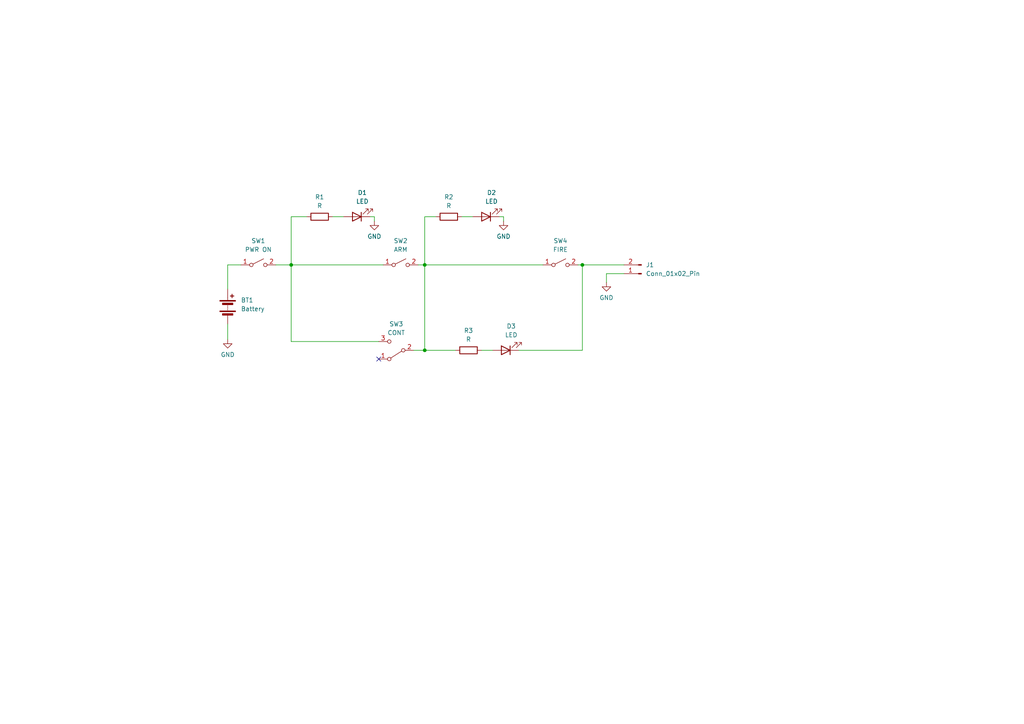
<source format=kicad_sch>
(kicad_sch (version 20230121) (generator eeschema)
  (paper "A4")
  (lib_symbols
    (symbol "Connector:Conn_01x02_Pin" (pin_names (offset 1.016) hide)
      (property "Reference" "J" (at 0 2.54 0))
      (property "Value" "Conn_01x02_Pin" (at 0 -5.08 0))
      (symbol "Conn_01x02_Pin_1_1"
        (polyline (pts (xy 1.27 -2.54) (xy 0.8636 -2.54)) (stroke (width 0.1524)))
        (polyline (pts (xy 1.27 0) (xy 0.8636 0)) (stroke (width 0.1524)))
        (rectangle (start 0.8636 -2.413) (end 0 -2.667) (stroke (width 0.1524)) (fill (type outline)))
        (rectangle (start 0.8636 0.127) (end 0 -0.127) (stroke (width 0.1524)) (fill (type outline)))
        (pin passive line (at 5.08 0 180) (length 3.81) (name "Pin_1") (number "1"))
        (pin passive line (at 5.08 -2.54 180) (length 3.81) (name "Pin_2") (number "2"))
      )
    )
    (symbol "Device:Battery" (pin_numbers hide) (pin_names (offset 0) hide)
      (property "Reference" "BT" (at 2.54 2.54 0))
      (property "Value" "Battery" (at 2.54 0 0))
      (symbol "Battery_0_1"
        (rectangle (start -2.286 -1.27) (end 2.286 -1.524) (fill (type outline)))
        (rectangle (start -2.286 1.778) (end 2.286 1.524) (fill (type outline)))
        (rectangle (start -1.524 -2.032) (end 1.524 -2.54) (fill (type outline)))
        (rectangle (start -1.524 1.016) (end 1.524 0.508) (fill (type outline)))
        (polyline (pts (xy 0 -1.016) (xy 0 -0.762)))
        (polyline (pts (xy 0 -0.508) (xy 0 -0.254)))
        (polyline (pts (xy 0 0) (xy 0 0.254)))
        (polyline (pts (xy 0 1.778) (xy 0 2.54)))
        (polyline (pts (xy 0.762 3.048) (xy 1.778 3.048)) (stroke (width 0.254)))
        (polyline (pts (xy 1.27 3.556) (xy 1.27 2.54)) (stroke (width 0.254)))
      )
      (symbol "Battery_1_1"
        (pin passive line (at 0 5.08 270) (length 2.54) (name "+") (number "1"))
        (pin passive line (at 0 -5.08 90) (length 2.54) (name "-") (number "2"))
      )
    )
    (symbol "Device:LED" (pin_numbers hide) (pin_names (offset 1.016) hide)
      (property "Reference" "D" (at 0 2.54 0))
      (property "Value" "LED" (at 0 -2.54 0))
      (symbol "LED_0_1"
        (polyline (pts (xy -1.27 -1.27) (xy -1.27 1.27)) (stroke (width 0.254)))
        (polyline (pts (xy -1.27 0) (xy 1.27 0)))
        (polyline (pts (xy 1.27 -1.27) (xy 1.27 1.27) (xy -1.27 0) (xy 1.27 -1.27)) (stroke (width 0.254)))
        (polyline (pts (xy -3.048 -0.762) (xy -4.572 -2.286) (xy -3.81 -2.286) (xy -4.572 -2.286) (xy -4.572 -1.524)))
        (polyline (pts (xy -1.778 -0.762) (xy -3.302 -2.286) (xy -2.54 -2.286) (xy -3.302 -2.286) (xy -3.302 -1.524)))
      )
      (symbol "LED_1_1"
        (pin passive line (at -3.81 0 0) (length 2.54) (name "K") (number "1"))
        (pin passive line (at 3.81 0 180) (length 2.54) (name "A") (number "2"))
      )
    )
    (symbol "Device:R" (pin_numbers hide) (pin_names (offset 0))
      (property "Reference" "R" (at 2.032 0 90))
      (property "Value" "R" (at 0 0 90))
      (symbol "R_0_1"
        (rectangle (start -1.016 -2.54) (end 1.016 2.54) (stroke (width 0.254)))
      )
      (symbol "R_1_1"
        (pin passive line (at 0 3.81 270) (length 1.27) (name "~") (number "1"))
        (pin passive line (at 0 -3.81 90) (length 1.27) (name "~") (number "2"))
      )
    )
    (symbol "Switch:SW_SPDT" (pin_names (offset 0) hide)
      (property "Reference" "SW" (at 0 4.318 0))
      (property "Value" "SW_SPDT" (at 0 -5.08 0))
      (symbol "SW_SPDT_0_0"
        (circle (center -2.032 0) (radius 0.508))
        (circle (center 2.032 -2.54) (radius 0.508))
      )
      (symbol "SW_SPDT_0_1"
        (polyline (pts (xy -1.524 0.254) (xy 1.651 2.286)))
        (circle (center 2.032 2.54) (radius 0.508))
      )
      (symbol "SW_SPDT_1_1"
        (pin passive line (at 5.08 2.54 180) (length 2.54) (name "A") (number "1"))
        (pin passive line (at -5.08 0 0) (length 2.54) (name "B") (number "2"))
        (pin passive line (at 5.08 -2.54 180) (length 2.54) (name "C") (number "3"))
      )
    )
    (symbol "Switch:SW_SPST" (pin_names (offset 0) hide)
      (property "Reference" "SW" (at 0 3.175 0))
      (property "Value" "SW_SPST" (at 0 -2.54 0))
      (symbol "SW_SPST_0_0"
        (circle (center -2.032 0) (radius 0.508))
        (polyline (pts (xy -1.524 0.254) (xy 1.524 1.778)))
        (circle (center 2.032 0) (radius 0.508))
      )
      (symbol "SW_SPST_1_1"
        (pin passive line (at -5.08 0 0) (length 2.54) (name "A") (number "1"))
        (pin passive line (at 5.08 0 180) (length 2.54) (name "B") (number "2"))
      )
    )
    (symbol "power:GND" (power) (pin_names (offset 0))
      (property "Value" "GND" (at 0 -3.81 0))
      (symbol "GND_0_1"
        (polyline (pts (xy 0 0) (xy 0 -1.27) (xy 1.27 -1.27) (xy 0 -2.54) (xy -1.27 -1.27) (xy 0 -1.27)))
      )
      (symbol "GND_1_1"
        (pin power_in line (at 0 0 270) (length 0) hide (name "GND") (number "1"))
      )
    )
  )
  (junction (at 84.455 76.835))
  (junction (at 123.19 76.835))
  (junction (at 123.19 101.6))
  (junction (at 168.91 76.835))
  (no_connect (at 109.855 104.14))
  (wire (pts (xy 123.19 76.835) (xy 123.19 62.865)))
  (wire (pts (xy 121.285 76.835) (xy 123.19 76.835)))
  (wire (pts (xy 96.52 62.865) (xy 99.695 62.865)))
  (wire (pts (xy 84.455 99.06) (xy 109.855 99.06)))
  (wire (pts (xy 108.585 62.865) (xy 108.585 64.135)))
  (wire (pts (xy 66.04 83.82) (xy 66.04 76.835)))
  (wire (pts (xy 175.895 79.375) (xy 175.895 81.915)))
  (wire (pts (xy 146.05 62.865) (xy 146.05 64.135)))
  (wire (pts (xy 133.985 62.865) (xy 137.16 62.865)))
  (wire (pts (xy 80.01 76.835) (xy 84.455 76.835)))
  (wire (pts (xy 84.455 76.835) (xy 84.455 62.865)))
  (wire (pts (xy 84.455 99.06) (xy 84.455 76.835)))
  (wire (pts (xy 168.91 101.6) (xy 168.91 76.835)))
  (wire (pts (xy 84.455 76.835) (xy 111.125 76.835)))
  (wire (pts (xy 180.975 79.375) (xy 175.895 79.375)))
  (wire (pts (xy 123.19 76.835) (xy 157.48 76.835)))
  (wire (pts (xy 123.19 101.6) (xy 132.08 101.6)))
  (wire (pts (xy 66.04 76.835) (xy 69.85 76.835)))
  (wire (pts (xy 123.19 76.835) (xy 123.19 101.6)))
  (wire (pts (xy 120.015 101.6) (xy 123.19 101.6)))
  (wire (pts (xy 144.78 62.865) (xy 146.05 62.865)))
  (wire (pts (xy 168.91 76.835) (xy 180.975 76.835)))
  (wire (pts (xy 66.04 98.425) (xy 66.04 93.98)))
  (wire (pts (xy 150.495 101.6) (xy 168.91 101.6)))
  (wire (pts (xy 123.19 62.865) (xy 126.365 62.865)))
  (wire (pts (xy 167.64 76.835) (xy 168.91 76.835)))
  (wire (pts (xy 107.315 62.865) (xy 108.585 62.865)))
  (wire (pts (xy 84.455 62.865) (xy 88.9 62.865)))
  (wire (pts (xy 139.7 101.6) (xy 142.875 101.6)))
  (symbol (lib_id "power:GND") (at 175.895 81.915 0) (unit 1)
    (property "Reference" "#PWR04" (effects hide))
    (property "Value" "GND" (at 175.895 86.36 0))
  )
  (symbol (lib_id "Connector:Conn_01x02_Pin") (at 186.055 79.375 180) (unit 1)
    (property "Reference" "J1" (at 187.325 76.835 0) (effects (justify right)))
    (property "Value" "Conn_01x02_Pin" (at 187.325 79.375 0) (effects (justify right)))
  )
  (symbol (lib_id "Device:R") (at 130.175 62.865 90) (unit 1)
    (property "Reference" "R2" (at 130.175 57.15 90))
    (property "Value" "R" (at 130.175 59.69 90))
  )
  (symbol (lib_id "Device:R") (at 92.71 62.865 90) (unit 1)
    (property "Reference" "R1" (at 92.71 57.15 90))
    (property "Value" "R" (at 92.71 59.69 90))
  )
  (symbol (lib_id "Switch:SW_SPST") (at 74.93 76.835 0) (unit 1)
    (property "Reference" "SW1" (at 74.93 69.85 0))
    (property "Value" "PWR ON" (at 74.93 72.39 0))
  )
  (symbol (lib_id "Device:LED") (at 146.685 101.6 180) (unit 1)
    (property "Reference" "D3" (at 148.2725 94.615 0))
    (property "Value" "LED" (at 148.2725 97.155 0))
  )
  (symbol (lib_id "Device:R") (at 135.89 101.6 90) (unit 1)
    (property "Reference" "R3" (at 135.89 95.885 90))
    (property "Value" "R" (at 135.89 98.425 90))
  )
  (symbol (lib_id "Switch:SW_SPDT") (at 114.935 101.6 180) (unit 1)
    (property "Reference" "SW3" (at 114.935 93.98 0))
    (property "Value" "CONT" (at 114.935 96.52 0))
  )
  (symbol (lib_id "power:GND") (at 146.05 64.135 0) (unit 1)
    (property "Reference" "#PWR02" (effects hide))
    (property "Value" "GND" (at 146.05 68.58 0))
  )
  (symbol (lib_id "power:GND") (at 108.585 64.135 0) (unit 1)
    (property "Reference" "#PWR01" (effects hide))
    (property "Value" "GND" (at 108.585 68.58 0))
  )
  (symbol (lib_id "Device:LED") (at 140.97 62.865 180) (unit 1)
    (property "Reference" "D2" (at 142.5575 55.88 0))
    (property "Value" "LED" (at 142.5575 58.42 0))
  )
  (symbol (lib_id "Switch:SW_SPST") (at 162.56 76.835 0) (unit 1)
    (property "Reference" "SW4" (at 162.56 69.85 0))
    (property "Value" "FIRE" (at 162.56 72.39 0))
  )
  (symbol (lib_id "power:GND") (at 66.04 98.425 0) (unit 1)
    (property "Reference" "#PWR03" (effects hide))
    (property "Value" "GND" (at 66.04 102.87 0))
  )
  (symbol (lib_id "Switch:SW_SPST") (at 116.205 76.835 0) (unit 1)
    (property "Reference" "SW2" (at 116.205 69.85 0))
    (property "Value" "ARM" (at 116.205 72.39 0))
  )
  (symbol (lib_id "Device:Battery") (at 66.04 88.9 0) (unit 1)
    (property "Reference" "BT1" (at 69.85 87.0585 0) (effects (justify left)))
    (property "Value" "Battery" (at 69.85 89.5985 0) (effects (justify left)))
  )
  (symbol (lib_id "Device:LED") (at 103.505 62.865 180) (unit 1)
    (property "Reference" "D1" (at 105.0925 55.88 0))
    (property "Value" "LED" (at 105.0925 58.42 0))
  )
)
</source>
